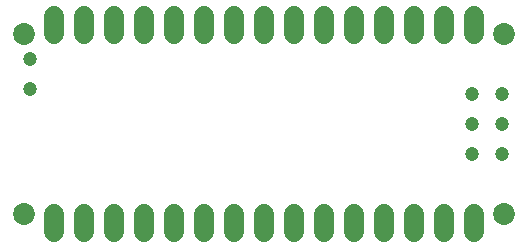
<source format=gbr>
G04 EAGLE Gerber RS-274X export*
G75*
%MOMM*%
%FSLAX34Y34*%
%LPD*%
%INSoldermask Bottom*%
%IPPOS*%
%AMOC8*
5,1,8,0,0,1.08239X$1,22.5*%
G01*
%ADD10C,1.854200*%
%ADD11C,1.727200*%
%ADD12C,1.219200*%
%ADD13C,1.203200*%


D10*
X12700Y165100D03*
X12700Y12700D03*
X419100Y12700D03*
X419100Y165100D03*
D11*
X38100Y12700D02*
X38100Y-2540D01*
X63500Y-2540D02*
X63500Y12700D01*
X88900Y12700D02*
X88900Y-2540D01*
X114300Y-2540D02*
X114300Y12700D01*
X139700Y12700D02*
X139700Y-2540D01*
X165100Y-2540D02*
X165100Y12700D01*
X190500Y12700D02*
X190500Y-2540D01*
X215900Y-2540D02*
X215900Y12700D01*
X241300Y12700D02*
X241300Y-2540D01*
X266700Y-2540D02*
X266700Y12700D01*
X292100Y12700D02*
X292100Y-2540D01*
X317500Y-2540D02*
X317500Y12700D01*
X342900Y12700D02*
X342900Y-2540D01*
X368300Y-2540D02*
X368300Y12700D01*
X393700Y12700D02*
X393700Y-2540D01*
D12*
X393700Y0D03*
X368300Y0D03*
X342900Y0D03*
X317500Y0D03*
X292100Y0D03*
X266700Y0D03*
X241300Y0D03*
X215900Y0D03*
X190500Y0D03*
X165100Y0D03*
X139700Y0D03*
X114300Y0D03*
X88900Y0D03*
X63500Y0D03*
X38100Y0D03*
D11*
X393700Y165100D02*
X393700Y180340D01*
X368300Y180340D02*
X368300Y165100D01*
X342900Y165100D02*
X342900Y180340D01*
X317500Y180340D02*
X317500Y165100D01*
X292100Y165100D02*
X292100Y180340D01*
X266700Y180340D02*
X266700Y165100D01*
X241300Y165100D02*
X241300Y180340D01*
X215900Y180340D02*
X215900Y165100D01*
X190500Y165100D02*
X190500Y180340D01*
X165100Y180340D02*
X165100Y165100D01*
X139700Y165100D02*
X139700Y180340D01*
X114300Y180340D02*
X114300Y165100D01*
X88900Y165100D02*
X88900Y180340D01*
X63500Y180340D02*
X63500Y165100D01*
X38100Y165100D02*
X38100Y180340D01*
D12*
X38100Y177800D03*
X63500Y177800D03*
X88900Y177800D03*
X114300Y177800D03*
X139700Y177800D03*
X165100Y177800D03*
X190500Y177800D03*
X215900Y177800D03*
X241300Y177800D03*
X266700Y177800D03*
X292100Y177800D03*
X317500Y177800D03*
X342900Y177800D03*
X368300Y177800D03*
X393700Y177800D03*
D13*
X418084Y63500D03*
X418084Y88900D03*
X418084Y114300D03*
X392684Y114300D03*
X392684Y88900D03*
X392684Y63500D03*
X17780Y143510D03*
X17780Y118110D03*
M02*

</source>
